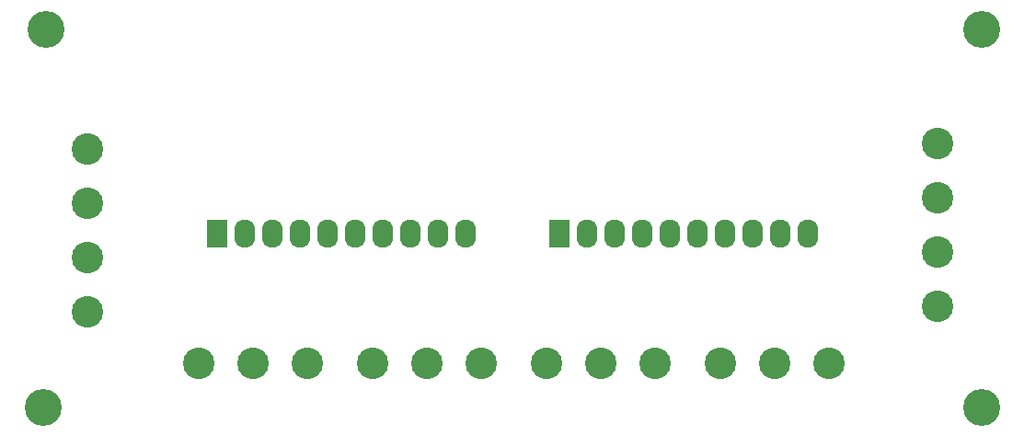
<source format=gbr>
G04 #@! TF.FileFunction,Soldermask,Top*
%FSLAX46Y46*%
G04 Gerber Fmt 4.6, Leading zero omitted, Abs format (unit mm)*
G04 Created by KiCad (PCBNEW 4.0.6) date 08/21/17 11:10:51*
%MOMM*%
%LPD*%
G01*
G04 APERTURE LIST*
%ADD10C,0.100000*%
%ADD11C,2.900000*%
%ADD12R,1.924000X2.599640*%
%ADD13O,1.924000X2.599640*%
%ADD14C,3.400000*%
G04 APERTURE END LIST*
D10*
D11*
X158924000Y-103632000D03*
X148924000Y-103632000D03*
X153924000Y-103632000D03*
X174926000Y-103632000D03*
X164926000Y-103632000D03*
X169926000Y-103632000D03*
X190928000Y-103632000D03*
X180928000Y-103632000D03*
X185928000Y-103632000D03*
X206930000Y-103632000D03*
X196930000Y-103632000D03*
X201930000Y-103632000D03*
X138684000Y-98940000D03*
X138684000Y-93940000D03*
X138684000Y-83940000D03*
X138684000Y-88940000D03*
X216916000Y-83432000D03*
X216916000Y-88432000D03*
X216916000Y-98432000D03*
X216916000Y-93432000D03*
D12*
X150622000Y-91694000D03*
D13*
X153162000Y-91694000D03*
X155702000Y-91694000D03*
X158242000Y-91694000D03*
X160782000Y-91694000D03*
X163322000Y-91694000D03*
X165862000Y-91694000D03*
X168402000Y-91694000D03*
X170942000Y-91694000D03*
X173482000Y-91694000D03*
D12*
X182118000Y-91694000D03*
D13*
X184658000Y-91694000D03*
X187198000Y-91694000D03*
X189738000Y-91694000D03*
X192278000Y-91694000D03*
X194818000Y-91694000D03*
X197358000Y-91694000D03*
X199898000Y-91694000D03*
X202438000Y-91694000D03*
X204978000Y-91694000D03*
D14*
X134874000Y-72898000D03*
X134620000Y-107696000D03*
X220980000Y-72898000D03*
X220980000Y-107696000D03*
M02*

</source>
